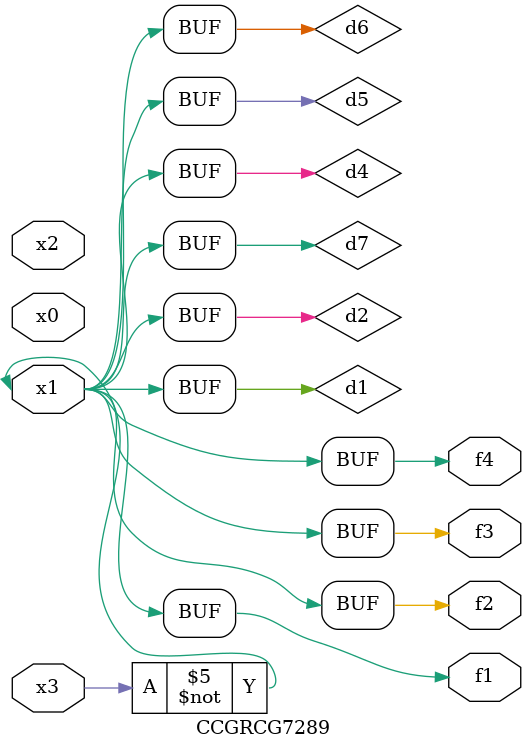
<source format=v>
module CCGRCG7289(
	input x0, x1, x2, x3,
	output f1, f2, f3, f4
);

	wire d1, d2, d3, d4, d5, d6, d7;

	not (d1, x3);
	buf (d2, x1);
	xnor (d3, d1, d2);
	nor (d4, d1);
	buf (d5, d1, d2);
	buf (d6, d4, d5);
	nand (d7, d4);
	assign f1 = d6;
	assign f2 = d7;
	assign f3 = d6;
	assign f4 = d6;
endmodule

</source>
